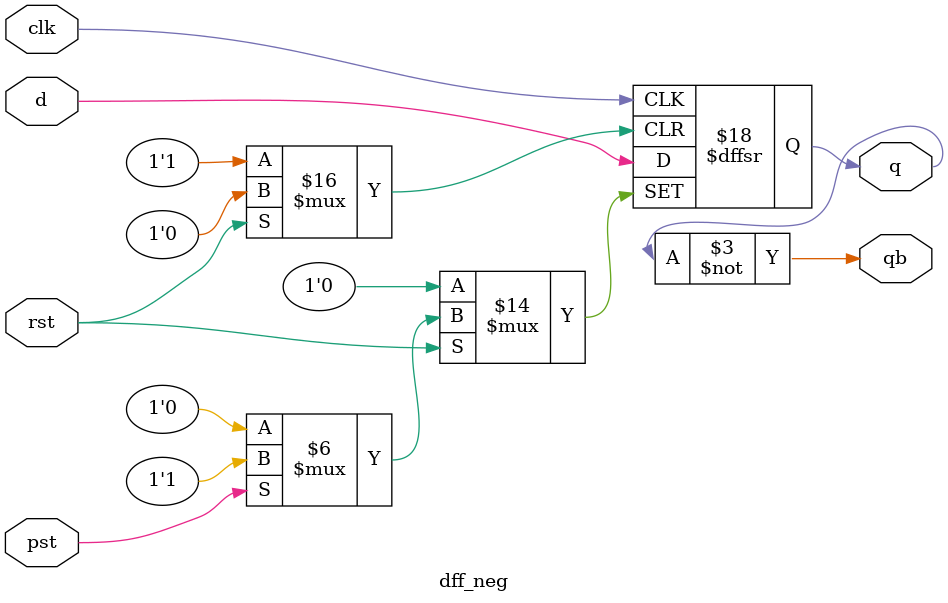
<source format=v>
`timescale 1ns / 1ps

module dff_neg(
    input d,clk,rst,pst,
	 output reg q,
	 output qb
	 );
	 always@(negedge clk,negedge rst,posedge pst)
		begin 
			if(!rst) q<=1'b0;
			else if(pst) q<=1'b1;
			else q<=d;
		end
	 assign qb = ~q;
endmodule

</source>
